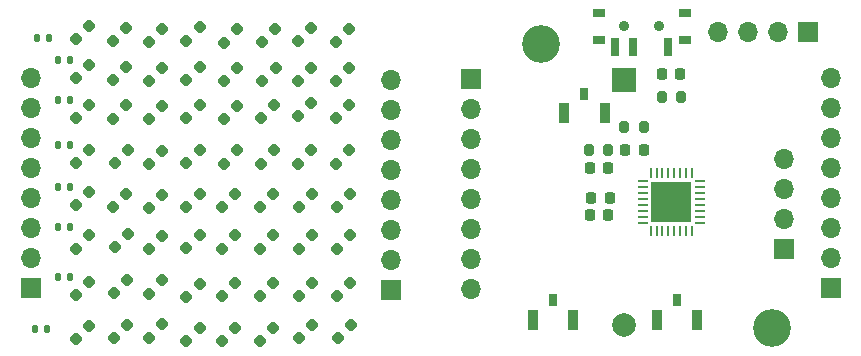
<source format=gbr>
%TF.GenerationSoftware,KiCad,Pcbnew,8.0.7*%
%TF.CreationDate,2025-04-21T23:50:56-03:00*%
%TF.ProjectId,matrixdisplay,6d617472-6978-4646-9973-706c61792e6b,rev?*%
%TF.SameCoordinates,Original*%
%TF.FileFunction,Soldermask,Top*%
%TF.FilePolarity,Negative*%
%FSLAX46Y46*%
G04 Gerber Fmt 4.6, Leading zero omitted, Abs format (unit mm)*
G04 Created by KiCad (PCBNEW 8.0.7) date 2025-04-21 23:50:56*
%MOMM*%
%LPD*%
G01*
G04 APERTURE LIST*
G04 Aperture macros list*
%AMRoundRect*
0 Rectangle with rounded corners*
0 $1 Rounding radius*
0 $2 $3 $4 $5 $6 $7 $8 $9 X,Y pos of 4 corners*
0 Add a 4 corners polygon primitive as box body*
4,1,4,$2,$3,$4,$5,$6,$7,$8,$9,$2,$3,0*
0 Add four circle primitives for the rounded corners*
1,1,$1+$1,$2,$3*
1,1,$1+$1,$4,$5*
1,1,$1+$1,$6,$7*
1,1,$1+$1,$8,$9*
0 Add four rect primitives between the rounded corners*
20,1,$1+$1,$2,$3,$4,$5,0*
20,1,$1+$1,$4,$5,$6,$7,0*
20,1,$1+$1,$6,$7,$8,$9,0*
20,1,$1+$1,$8,$9,$2,$3,0*%
G04 Aperture macros list end*
%ADD10R,1.000000X0.800000*%
%ADD11C,0.900000*%
%ADD12R,0.700000X1.500000*%
%ADD13RoundRect,0.135000X0.135000X0.185000X-0.135000X0.185000X-0.135000X-0.185000X0.135000X-0.185000X0*%
%ADD14RoundRect,0.135000X-0.135000X-0.185000X0.135000X-0.185000X0.135000X0.185000X-0.135000X0.185000X0*%
%ADD15O,1.700000X1.700000*%
%ADD16R,1.700000X1.700000*%
%ADD17C,3.200000*%
%ADD18RoundRect,0.218750X0.026517X-0.335876X0.335876X-0.026517X-0.026517X0.335876X-0.335876X0.026517X0*%
%ADD19RoundRect,0.200000X0.200000X0.275000X-0.200000X0.275000X-0.200000X-0.275000X0.200000X-0.275000X0*%
%ADD20RoundRect,0.200000X-0.200000X-0.275000X0.200000X-0.275000X0.200000X0.275000X-0.200000X0.275000X0*%
%ADD21R,0.800000X1.100000*%
%ADD22R,0.900000X1.700000*%
%ADD23RoundRect,0.225000X0.225000X0.250000X-0.225000X0.250000X-0.225000X-0.250000X0.225000X-0.250000X0*%
%ADD24RoundRect,0.062500X-0.375000X-0.062500X0.375000X-0.062500X0.375000X0.062500X-0.375000X0.062500X0*%
%ADD25RoundRect,0.062500X-0.062500X-0.375000X0.062500X-0.375000X0.062500X0.375000X-0.062500X0.375000X0*%
%ADD26R,3.450000X3.450000*%
%ADD27RoundRect,0.218750X-0.218750X-0.256250X0.218750X-0.256250X0.218750X0.256250X-0.218750X0.256250X0*%
%ADD28RoundRect,0.218750X0.218750X0.256250X-0.218750X0.256250X-0.218750X-0.256250X0.218750X-0.256250X0*%
%ADD29R,2.000000X2.000000*%
%ADD30C,2.000000*%
G04 APERTURE END LIST*
D10*
%TO.C,SW2*%
X174600000Y-77910000D03*
X174600000Y-75700000D03*
D11*
X172450000Y-76800000D03*
X169450000Y-76800000D03*
D10*
X167300000Y-77910000D03*
X167300000Y-75700000D03*
D12*
X173200000Y-78560000D03*
X170200000Y-78560000D03*
X168700000Y-78560000D03*
%TD*%
D13*
%TO.C,R11*%
X120760000Y-77800000D03*
X119740000Y-77800000D03*
%TD*%
%TO.C,R10*%
X122560000Y-79600000D03*
X121540000Y-79600000D03*
%TD*%
%TO.C,R9*%
X122560000Y-83000000D03*
X121540000Y-83000000D03*
%TD*%
%TO.C,R8*%
X122560000Y-86800000D03*
X121540000Y-86800000D03*
%TD*%
D14*
%TO.C,R7*%
X121540000Y-90400000D03*
X122560000Y-90400000D03*
%TD*%
%TO.C,R6*%
X121540000Y-93800000D03*
X122560000Y-93800000D03*
%TD*%
%TO.C,R5*%
X121540000Y-98000000D03*
X122560000Y-98000000D03*
%TD*%
%TO.C,R4*%
X119540000Y-102400000D03*
X120560000Y-102400000D03*
%TD*%
D15*
%TO.C,J6*%
X119200000Y-81133153D03*
X119200000Y-83673153D03*
X119200000Y-86213153D03*
X119200000Y-88753153D03*
X119200000Y-91293153D03*
X119200000Y-93833153D03*
X119200000Y-96373153D03*
D16*
X119200000Y-98913153D03*
%TD*%
%TO.C,J5*%
X149710653Y-99090000D03*
D15*
X149710653Y-96550000D03*
X149710653Y-94010000D03*
X149710653Y-91470000D03*
X149710653Y-88930000D03*
X149710653Y-86390000D03*
X149710653Y-83850000D03*
X149710653Y-81310000D03*
%TD*%
D17*
%TO.C,H2*%
X181950000Y-102300000D03*
%TD*%
%TO.C,H1*%
X162450000Y-78300000D03*
%TD*%
D18*
%TO.C,D66*%
X146313694Y-102100000D03*
X145200000Y-103213694D03*
%TD*%
%TO.C,D65*%
X143006847Y-102043153D03*
X141893153Y-103156847D03*
%TD*%
%TO.C,D64*%
X139756847Y-102293153D03*
X138643153Y-103406847D03*
%TD*%
%TO.C,D63*%
X136506847Y-102293153D03*
X135393153Y-103406847D03*
%TD*%
%TO.C,D62*%
X146256847Y-98493153D03*
X145143153Y-99606847D03*
%TD*%
%TO.C,D61*%
X143006847Y-98493153D03*
X141893153Y-99606847D03*
%TD*%
%TO.C,D60*%
X139756847Y-98493153D03*
X138643153Y-99606847D03*
%TD*%
%TO.C,D59*%
X136506847Y-98493153D03*
X135393153Y-99606847D03*
%TD*%
%TO.C,D58*%
X146256847Y-94493153D03*
X145143153Y-95606847D03*
%TD*%
%TO.C,D57*%
X143006847Y-94493153D03*
X141893153Y-95606847D03*
%TD*%
%TO.C,D56*%
X139756847Y-94493153D03*
X138643153Y-95606847D03*
%TD*%
%TO.C,D55*%
X136506847Y-94493153D03*
X135393153Y-95606847D03*
%TD*%
%TO.C,D54*%
X146256847Y-90993153D03*
X145143153Y-92106847D03*
%TD*%
%TO.C,D53*%
X143006847Y-90993153D03*
X141893153Y-92106847D03*
%TD*%
%TO.C,D52*%
X139756847Y-90993153D03*
X138643153Y-92106847D03*
%TD*%
%TO.C,D51*%
X136506847Y-90993153D03*
X135393153Y-92106847D03*
%TD*%
%TO.C,D50*%
X146200000Y-87300000D03*
X145086306Y-88413694D03*
%TD*%
%TO.C,D49*%
X142950000Y-87300000D03*
X141836306Y-88413694D03*
%TD*%
%TO.C,D48*%
X139813694Y-87300000D03*
X138700000Y-88413694D03*
%TD*%
%TO.C,D47*%
X136700000Y-87300000D03*
X135586306Y-88413694D03*
%TD*%
%TO.C,D46*%
X146200000Y-83443153D03*
X145086306Y-84556847D03*
%TD*%
%TO.C,D45*%
X142950000Y-83300000D03*
X141836306Y-84413694D03*
%TD*%
%TO.C,D44*%
X139813694Y-83436306D03*
X138700000Y-84550000D03*
%TD*%
%TO.C,D43*%
X136700000Y-83550000D03*
X135586306Y-84663694D03*
%TD*%
%TO.C,D42*%
X146200000Y-80300000D03*
X145086306Y-81413694D03*
%TD*%
%TO.C,D41*%
X142950000Y-80300000D03*
X141836306Y-81413694D03*
%TD*%
%TO.C,D40*%
X139950000Y-80300000D03*
X138836306Y-81413694D03*
%TD*%
%TO.C,D39*%
X136700000Y-80300000D03*
X135586306Y-81413694D03*
%TD*%
%TO.C,D38*%
X145086306Y-78106846D03*
X146200000Y-76993152D03*
%TD*%
%TO.C,D37*%
X141836306Y-78050000D03*
X142950000Y-76936306D03*
%TD*%
%TO.C,D36*%
X138774458Y-78106847D03*
X139888152Y-76993153D03*
%TD*%
%TO.C,D35*%
X136700000Y-77050000D03*
X135586306Y-78163694D03*
%TD*%
%TO.C,D34*%
X133506847Y-102316847D03*
X132393153Y-103430541D03*
%TD*%
%TO.C,D33*%
X133506847Y-98581847D03*
X132393153Y-99695541D03*
%TD*%
%TO.C,D32*%
X133506847Y-94460000D03*
X132393153Y-95573694D03*
%TD*%
%TO.C,D31*%
X133506847Y-90960000D03*
X132393153Y-92073694D03*
%TD*%
%TO.C,D30*%
X133506847Y-87230000D03*
X132393153Y-88343694D03*
%TD*%
%TO.C,D29*%
X133506847Y-83455000D03*
X132393153Y-84568694D03*
%TD*%
%TO.C,D28*%
X133506847Y-80210000D03*
X132393153Y-81323694D03*
%TD*%
%TO.C,D27*%
X133506847Y-76885000D03*
X132393153Y-77998694D03*
%TD*%
%TO.C,D26*%
X130351194Y-102035000D03*
X129237500Y-103148694D03*
%TD*%
%TO.C,D25*%
X130351194Y-98300000D03*
X129237500Y-99413694D03*
%TD*%
%TO.C,D24*%
X129237500Y-95671847D03*
X130351194Y-94558153D03*
%TD*%
%TO.C,D23*%
X130351194Y-91058153D03*
X129237500Y-92171847D03*
%TD*%
%TO.C,D22*%
X130351194Y-87328153D03*
X129237500Y-88441847D03*
%TD*%
%TO.C,D21*%
X130351194Y-83553153D03*
X129237500Y-84666847D03*
%TD*%
%TO.C,D20*%
X130351194Y-80308153D03*
X129237500Y-81421847D03*
%TD*%
%TO.C,D19*%
X130351194Y-76983153D03*
X129237500Y-78096847D03*
%TD*%
%TO.C,D18*%
X127406847Y-102043153D03*
X126293153Y-103156847D03*
%TD*%
%TO.C,D17*%
X127406847Y-98243153D03*
X126293153Y-99356847D03*
%TD*%
%TO.C,D16*%
X127449347Y-94353153D03*
X126335653Y-95466847D03*
%TD*%
%TO.C,D15*%
X126143153Y-92106847D03*
X127256847Y-90993153D03*
%TD*%
%TO.C,D14*%
X127449347Y-87243153D03*
X126335653Y-88356847D03*
%TD*%
%TO.C,D13*%
X127256847Y-83493153D03*
X126143153Y-84606847D03*
%TD*%
%TO.C,D12*%
X127256847Y-80248153D03*
X126143153Y-81361847D03*
%TD*%
%TO.C,D11*%
X127256847Y-76923153D03*
X126143153Y-78036847D03*
%TD*%
%TO.C,D10*%
X124126194Y-102175000D03*
X123012500Y-103288694D03*
%TD*%
%TO.C,D9*%
X124126194Y-98440000D03*
X123012500Y-99553694D03*
%TD*%
%TO.C,D8*%
X124126194Y-94493153D03*
X123012500Y-95606847D03*
%TD*%
%TO.C,D7*%
X124126194Y-90818153D03*
X123012500Y-91931847D03*
%TD*%
%TO.C,D6*%
X124126194Y-87243153D03*
X123012500Y-88356847D03*
%TD*%
%TO.C,D5*%
X124126194Y-83443153D03*
X123012500Y-84556847D03*
%TD*%
%TO.C,D4*%
X124126194Y-80068153D03*
X123012500Y-81181847D03*
%TD*%
%TO.C,D3*%
X124126194Y-76743153D03*
X123012500Y-77856847D03*
%TD*%
D15*
%TO.C,J3*%
X177370000Y-77300000D03*
X179910000Y-77300000D03*
X182450000Y-77300000D03*
D16*
X184990000Y-77300000D03*
%TD*%
D15*
%TO.C,J2*%
X186950000Y-81180000D03*
X186950000Y-83720000D03*
X186950000Y-86260000D03*
X186950000Y-88800000D03*
X186950000Y-91340000D03*
X186950000Y-93880000D03*
X186950000Y-96420000D03*
D16*
X186950000Y-98960000D03*
%TD*%
D19*
%TO.C,R2*%
X174275000Y-82800000D03*
X172625000Y-82800000D03*
%TD*%
D20*
%TO.C,R3*%
X168100000Y-87300000D03*
X166450000Y-87300000D03*
%TD*%
D21*
%TO.C,SW1*%
X166100000Y-82480000D03*
D22*
X164400000Y-84120000D03*
X167800000Y-84120000D03*
%TD*%
D23*
%TO.C,C3*%
X166675000Y-91300000D03*
X168225000Y-91300000D03*
%TD*%
D20*
%TO.C,R1*%
X171100000Y-85300000D03*
X169450000Y-85300000D03*
%TD*%
D21*
%TO.C,SW3*%
X173950000Y-99980000D03*
D22*
X172250000Y-101620000D03*
X175650000Y-101620000D03*
%TD*%
D24*
%TO.C,U1*%
X171012500Y-89900000D03*
X171012500Y-90400000D03*
X171012500Y-90900000D03*
X171012500Y-91400000D03*
X171012500Y-91900000D03*
X171012500Y-92400000D03*
X171012500Y-92900000D03*
X171012500Y-93400000D03*
D25*
X171700000Y-94087500D03*
X172200000Y-94087500D03*
X172700000Y-94087500D03*
X173200000Y-94087500D03*
X173700000Y-94087500D03*
X174200000Y-94087500D03*
X174700000Y-94087500D03*
X175200000Y-94087500D03*
D24*
X175887500Y-93400000D03*
X175887500Y-92900000D03*
X175887500Y-92400000D03*
X175887500Y-91900000D03*
X175887500Y-91400000D03*
X175887500Y-90900000D03*
X175887500Y-90400000D03*
X175887500Y-89900000D03*
D25*
X175200000Y-89212500D03*
X174700000Y-89212500D03*
X174200000Y-89212500D03*
X173700000Y-89212500D03*
X173200000Y-89212500D03*
X172700000Y-89212500D03*
X172200000Y-89212500D03*
X171700000Y-89212500D03*
D26*
X173450000Y-91650000D03*
%TD*%
D16*
%TO.C,J1*%
X156450000Y-81260000D03*
D15*
X156450000Y-83800000D03*
X156450000Y-86340000D03*
X156450000Y-88880000D03*
X156450000Y-91420000D03*
X156450000Y-93960000D03*
X156450000Y-96500000D03*
X156450000Y-99040000D03*
%TD*%
D23*
%TO.C,C1*%
X166550000Y-88800000D03*
X168100000Y-88800000D03*
%TD*%
D15*
%TO.C,J4*%
X182950000Y-88020000D03*
X182950000Y-90560000D03*
X182950000Y-93100000D03*
D16*
X182950000Y-95640000D03*
%TD*%
D27*
%TO.C,D2*%
X171100000Y-87300000D03*
X169525000Y-87300000D03*
%TD*%
D23*
%TO.C,C2*%
X166550000Y-92800000D03*
X168100000Y-92800000D03*
%TD*%
D28*
%TO.C,D1*%
X174200000Y-80800000D03*
X172625000Y-80800000D03*
%TD*%
D21*
%TO.C,SW4*%
X163450000Y-99980000D03*
D22*
X161750000Y-101620000D03*
X165150000Y-101620000D03*
%TD*%
D29*
%TO.C,BT1*%
X169450000Y-81300000D03*
D30*
X169450000Y-102100000D03*
%TD*%
M02*

</source>
